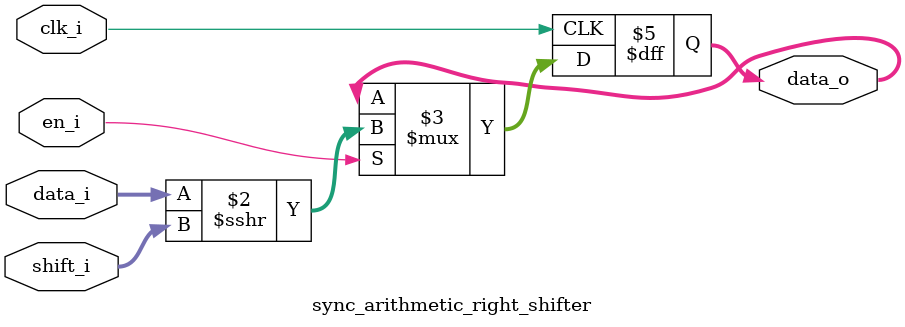
<source format=sv>
module sync_arithmetic_right_shifter #(
    parameter DW = 32,  // Data width
    parameter SW = 5    // Shift width
)(
    input                  clk_i,
    input                  en_i,
    input      [DW-1:0]    data_i,
    input      [SW-1:0]    shift_i,
    output reg [DW-1:0]    data_o
);
    // Sign extension for arithmetic right shift
    always @(posedge clk_i) begin
        if (en_i) begin
            // >>> operator performs arithmetic right shift (sign extended)
            data_o <= $signed(data_i) >>> shift_i;
        end
    end
endmodule
</source>
